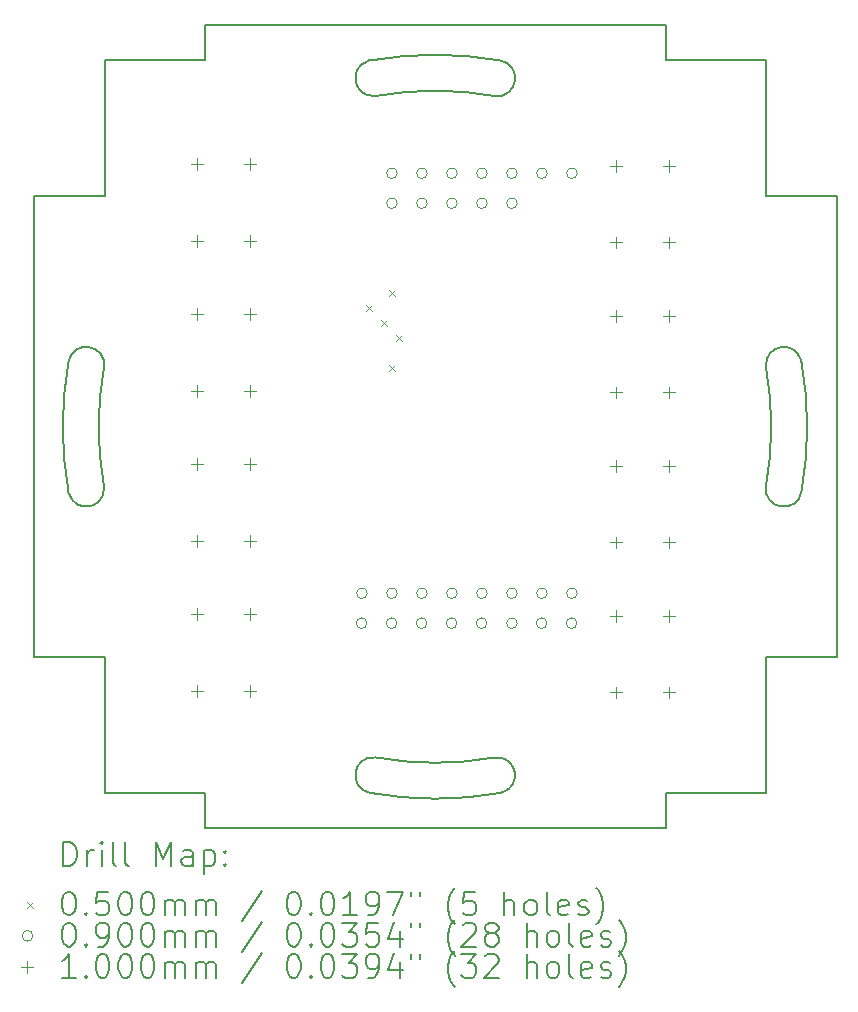
<source format=gbr>
%TF.GenerationSoftware,KiCad,Pcbnew,6.0.11-2627ca5db0~126~ubuntu22.04.1*%
%TF.CreationDate,2023-12-06T10:13:36+01:00*%
%TF.ProjectId,pushbutton8,70757368-6275-4747-946f-6e382e6b6963,3*%
%TF.SameCoordinates,PX6657f38PY8eeaea0*%
%TF.FileFunction,Drillmap*%
%TF.FilePolarity,Positive*%
%FSLAX45Y45*%
G04 Gerber Fmt 4.5, Leading zero omitted, Abs format (unit mm)*
G04 Created by KiCad (PCBNEW 6.0.11-2627ca5db0~126~ubuntu22.04.1) date 2023-12-06 10:13:36*
%MOMM*%
%LPD*%
G01*
G04 APERTURE LIST*
%ADD10C,0.150000*%
%ADD11C,0.200000*%
%ADD12C,0.050000*%
%ADD13C,0.090000*%
%ADD14C,0.100000*%
G04 APERTURE END LIST*
D10*
X-781500Y-864000D02*
X-781500Y286000D01*
X68500Y5636000D02*
X68500Y5336000D01*
X3968500Y-864000D02*
X3968500Y-1164000D01*
X4817836Y1731620D02*
G75*
G03*
X4818500Y2736000I-2801216J504043D01*
G01*
X5110803Y2808434D02*
X5118500Y2786000D01*
X-1079511Y1661349D02*
X-1087208Y1683783D01*
X3968500Y5336000D02*
X3968500Y5636000D01*
X4817836Y1731620D02*
G75*
G03*
X5118500Y1686000I150664J-20620D01*
G01*
X4818500Y2761000D02*
X4818500Y2736000D01*
X1514120Y-564928D02*
G75*
G03*
X1468500Y-865588I-20620J-150662D01*
G01*
X2520647Y5035216D02*
G75*
G03*
X1516283Y5036000I-504367J-2799256D01*
G01*
X-1381500Y286000D02*
X-781500Y286000D01*
X2590934Y-857890D02*
X2568500Y-865588D01*
X1443849Y5328303D02*
X1466283Y5336000D01*
X2543500Y-565588D02*
X2518500Y-565588D01*
X1514120Y-564925D02*
G75*
G03*
X2518500Y-565588I504040J2801175D01*
G01*
X-781500Y5336000D02*
X-781500Y4186000D01*
X-1087208Y2783783D02*
G75*
G03*
X-1087208Y1683783I3100006J-550000D01*
G01*
X-1079515Y1661348D02*
G75*
G03*
X-787208Y1708783I142305J47432D01*
G01*
X-786546Y2738163D02*
G75*
G03*
X-1087208Y2783783I-150664J20617D01*
G01*
X68500Y-1164000D02*
X68500Y-864000D01*
X1443849Y5328303D02*
G75*
G03*
X1491283Y5036000I47431J-142303D01*
G01*
X-781500Y-864000D02*
X68500Y-864000D01*
X5118500Y1686000D02*
G75*
G03*
X5118500Y2786000I-3100000J550000D01*
G01*
X5110803Y2808434D02*
G75*
G03*
X4818500Y2761000I-142303J-47434D01*
G01*
X68500Y-1164000D02*
X3968500Y-1164000D01*
X-786544Y2738163D02*
G75*
G03*
X-787208Y1733783I2801214J-504043D01*
G01*
X5418500Y4186000D02*
X5418500Y286000D01*
X3968500Y-864000D02*
X4818500Y-864000D01*
X1468500Y-865588D02*
G75*
G03*
X2568500Y-865588I550000J3100000D01*
G01*
X68500Y5336000D02*
X-781500Y5336000D01*
X5418500Y4186000D02*
X4818500Y4186000D01*
X2520646Y5035214D02*
G75*
G03*
X2566283Y5336000I20624J150726D01*
G01*
X-1381500Y4186000D02*
X-1381500Y286000D01*
X-787208Y1708783D02*
X-787208Y1733783D01*
X4818500Y286000D02*
X4818500Y-864000D01*
X3968500Y5336000D02*
X4818500Y5336000D01*
X5418500Y286000D02*
X4818500Y286000D01*
X2566283Y5336000D02*
G75*
G03*
X1466283Y5336000I-550000J-3100000D01*
G01*
X1491283Y5036000D02*
X1516283Y5036000D01*
X-781500Y4186000D02*
X-1381500Y4186000D01*
X68500Y5636000D02*
X3968500Y5636000D01*
X2590936Y-857894D02*
G75*
G03*
X2543500Y-565588I-47436J142304D01*
G01*
X4818500Y4186000D02*
X4818500Y5336000D01*
D11*
D12*
X1435500Y3263500D02*
X1485500Y3213500D01*
X1485500Y3263500D02*
X1435500Y3213500D01*
X1562500Y3136500D02*
X1612500Y3086500D01*
X1612500Y3136500D02*
X1562500Y3086500D01*
X1626000Y3390500D02*
X1676000Y3340500D01*
X1676000Y3390500D02*
X1626000Y3340500D01*
X1626000Y2755500D02*
X1676000Y2705500D01*
X1676000Y2755500D02*
X1626000Y2705500D01*
X1689500Y3009500D02*
X1739500Y2959500D01*
X1739500Y3009500D02*
X1689500Y2959500D01*
D13*
X1439000Y571500D02*
G75*
G03*
X1439000Y571500I-45000J0D01*
G01*
X1442000Y825500D02*
G75*
G03*
X1442000Y825500I-45000J0D01*
G01*
X1693000Y571500D02*
G75*
G03*
X1693000Y571500I-45000J0D01*
G01*
X1696000Y4381500D02*
G75*
G03*
X1696000Y4381500I-45000J0D01*
G01*
X1696000Y4127500D02*
G75*
G03*
X1696000Y4127500I-45000J0D01*
G01*
X1696000Y825500D02*
G75*
G03*
X1696000Y825500I-45000J0D01*
G01*
X1947000Y571500D02*
G75*
G03*
X1947000Y571500I-45000J0D01*
G01*
X1950000Y4381500D02*
G75*
G03*
X1950000Y4381500I-45000J0D01*
G01*
X1950000Y4127500D02*
G75*
G03*
X1950000Y4127500I-45000J0D01*
G01*
X1950000Y825500D02*
G75*
G03*
X1950000Y825500I-45000J0D01*
G01*
X2201000Y571500D02*
G75*
G03*
X2201000Y571500I-45000J0D01*
G01*
X2204000Y4381500D02*
G75*
G03*
X2204000Y4381500I-45000J0D01*
G01*
X2204000Y4127500D02*
G75*
G03*
X2204000Y4127500I-45000J0D01*
G01*
X2204000Y825500D02*
G75*
G03*
X2204000Y825500I-45000J0D01*
G01*
X2455000Y571500D02*
G75*
G03*
X2455000Y571500I-45000J0D01*
G01*
X2458000Y4381500D02*
G75*
G03*
X2458000Y4381500I-45000J0D01*
G01*
X2458000Y4127500D02*
G75*
G03*
X2458000Y4127500I-45000J0D01*
G01*
X2458000Y825500D02*
G75*
G03*
X2458000Y825500I-45000J0D01*
G01*
X2712000Y4381500D02*
G75*
G03*
X2712000Y4381500I-45000J0D01*
G01*
X2712000Y4127500D02*
G75*
G03*
X2712000Y4127500I-45000J0D01*
G01*
X2712000Y825500D02*
G75*
G03*
X2712000Y825500I-45000J0D01*
G01*
X2712000Y571500D02*
G75*
G03*
X2712000Y571500I-45000J0D01*
G01*
X2963000Y571500D02*
G75*
G03*
X2963000Y571500I-45000J0D01*
G01*
X2966000Y4381500D02*
G75*
G03*
X2966000Y4381500I-45000J0D01*
G01*
X2966000Y825500D02*
G75*
G03*
X2966000Y825500I-45000J0D01*
G01*
X3217000Y571500D02*
G75*
G03*
X3217000Y571500I-45000J0D01*
G01*
X3220000Y4381500D02*
G75*
G03*
X3220000Y4381500I-45000J0D01*
G01*
X3220000Y825500D02*
G75*
G03*
X3220000Y825500I-45000J0D01*
G01*
D14*
X0Y4510000D02*
X0Y4410000D01*
X-50000Y4460000D02*
X50000Y4460000D01*
X0Y3860000D02*
X0Y3760000D01*
X-50000Y3810000D02*
X50000Y3810000D01*
X0Y3240000D02*
X0Y3140000D01*
X-50000Y3190000D02*
X50000Y3190000D01*
X0Y2590000D02*
X0Y2490000D01*
X-50000Y2540000D02*
X50000Y2540000D01*
X0Y1970000D02*
X0Y1870000D01*
X-50000Y1920000D02*
X50000Y1920000D01*
X0Y1320000D02*
X0Y1220000D01*
X-50000Y1270000D02*
X50000Y1270000D01*
X0Y700000D02*
X0Y600000D01*
X-50000Y650000D02*
X50000Y650000D01*
X0Y50000D02*
X0Y-50000D01*
X-50000Y0D02*
X50000Y0D01*
X450000Y4510000D02*
X450000Y4410000D01*
X400000Y4460000D02*
X500000Y4460000D01*
X450000Y3860000D02*
X450000Y3760000D01*
X400000Y3810000D02*
X500000Y3810000D01*
X450000Y3240000D02*
X450000Y3140000D01*
X400000Y3190000D02*
X500000Y3190000D01*
X450000Y2590000D02*
X450000Y2490000D01*
X400000Y2540000D02*
X500000Y2540000D01*
X450000Y1970000D02*
X450000Y1870000D01*
X400000Y1920000D02*
X500000Y1920000D01*
X450000Y1320000D02*
X450000Y1220000D01*
X400000Y1270000D02*
X500000Y1270000D01*
X450000Y700000D02*
X450000Y600000D01*
X400000Y650000D02*
X500000Y650000D01*
X450000Y50000D02*
X450000Y-50000D01*
X400000Y0D02*
X500000Y0D01*
X3550500Y4495000D02*
X3550500Y4395000D01*
X3500500Y4445000D02*
X3600500Y4445000D01*
X3550500Y3845000D02*
X3550500Y3745000D01*
X3500500Y3795000D02*
X3600500Y3795000D01*
X3550500Y3225000D02*
X3550500Y3125000D01*
X3500500Y3175000D02*
X3600500Y3175000D01*
X3550500Y2575000D02*
X3550500Y2475000D01*
X3500500Y2525000D02*
X3600500Y2525000D01*
X3550500Y1955000D02*
X3550500Y1855000D01*
X3500500Y1905000D02*
X3600500Y1905000D01*
X3550500Y1305000D02*
X3550500Y1205000D01*
X3500500Y1255000D02*
X3600500Y1255000D01*
X3550500Y685000D02*
X3550500Y585000D01*
X3500500Y635000D02*
X3600500Y635000D01*
X3550500Y35000D02*
X3550500Y-65000D01*
X3500500Y-15000D02*
X3600500Y-15000D01*
X4000500Y4495000D02*
X4000500Y4395000D01*
X3950500Y4445000D02*
X4050500Y4445000D01*
X4000500Y3845000D02*
X4000500Y3745000D01*
X3950500Y3795000D02*
X4050500Y3795000D01*
X4000500Y3225000D02*
X4000500Y3125000D01*
X3950500Y3175000D02*
X4050500Y3175000D01*
X4000500Y2575000D02*
X4000500Y2475000D01*
X3950500Y2525000D02*
X4050500Y2525000D01*
X4000500Y1955000D02*
X4000500Y1855000D01*
X3950500Y1905000D02*
X4050500Y1905000D01*
X4000500Y1305000D02*
X4000500Y1205000D01*
X3950500Y1255000D02*
X4050500Y1255000D01*
X4000500Y685000D02*
X4000500Y585000D01*
X3950500Y635000D02*
X4050500Y635000D01*
X4000500Y35000D02*
X4000500Y-65000D01*
X3950500Y-15000D02*
X4050500Y-15000D01*
D11*
X-1131381Y-1481976D02*
X-1131381Y-1281976D01*
X-1083762Y-1281976D01*
X-1055191Y-1291500D01*
X-1036143Y-1310548D01*
X-1026619Y-1329595D01*
X-1017095Y-1367690D01*
X-1017095Y-1396262D01*
X-1026619Y-1434357D01*
X-1036143Y-1453405D01*
X-1055191Y-1472452D01*
X-1083762Y-1481976D01*
X-1131381Y-1481976D01*
X-931381Y-1481976D02*
X-931381Y-1348643D01*
X-931381Y-1386738D02*
X-921857Y-1367690D01*
X-912333Y-1358167D01*
X-893286Y-1348643D01*
X-874238Y-1348643D01*
X-807571Y-1481976D02*
X-807571Y-1348643D01*
X-807571Y-1281976D02*
X-817095Y-1291500D01*
X-807571Y-1301024D01*
X-798048Y-1291500D01*
X-807571Y-1281976D01*
X-807571Y-1301024D01*
X-683762Y-1481976D02*
X-702810Y-1472452D01*
X-712333Y-1453405D01*
X-712333Y-1281976D01*
X-579000Y-1481976D02*
X-598048Y-1472452D01*
X-607572Y-1453405D01*
X-607572Y-1281976D01*
X-350429Y-1481976D02*
X-350429Y-1281976D01*
X-283762Y-1424833D01*
X-217095Y-1281976D01*
X-217095Y-1481976D01*
X-36143Y-1481976D02*
X-36143Y-1377214D01*
X-45667Y-1358167D01*
X-64714Y-1348643D01*
X-102810Y-1348643D01*
X-121857Y-1358167D01*
X-36143Y-1472452D02*
X-55190Y-1481976D01*
X-102810Y-1481976D01*
X-121857Y-1472452D01*
X-131381Y-1453405D01*
X-131381Y-1434357D01*
X-121857Y-1415309D01*
X-102810Y-1405786D01*
X-55190Y-1405786D01*
X-36143Y-1396262D01*
X59095Y-1348643D02*
X59095Y-1548643D01*
X59095Y-1358167D02*
X78143Y-1348643D01*
X116238Y-1348643D01*
X135286Y-1358167D01*
X144810Y-1367690D01*
X154333Y-1386738D01*
X154333Y-1443881D01*
X144810Y-1462928D01*
X135286Y-1472452D01*
X116238Y-1481976D01*
X78143Y-1481976D01*
X59095Y-1472452D01*
X240048Y-1462928D02*
X249571Y-1472452D01*
X240048Y-1481976D01*
X230524Y-1472452D01*
X240048Y-1462928D01*
X240048Y-1481976D01*
X240048Y-1358167D02*
X249571Y-1367690D01*
X240048Y-1377214D01*
X230524Y-1367690D01*
X240048Y-1358167D01*
X240048Y-1377214D01*
D12*
X-1439000Y-1786500D02*
X-1389000Y-1836500D01*
X-1389000Y-1786500D02*
X-1439000Y-1836500D01*
D11*
X-1093286Y-1701976D02*
X-1074238Y-1701976D01*
X-1055191Y-1711500D01*
X-1045667Y-1721024D01*
X-1036143Y-1740071D01*
X-1026619Y-1778167D01*
X-1026619Y-1825786D01*
X-1036143Y-1863881D01*
X-1045667Y-1882928D01*
X-1055191Y-1892452D01*
X-1074238Y-1901976D01*
X-1093286Y-1901976D01*
X-1112333Y-1892452D01*
X-1121857Y-1882928D01*
X-1131381Y-1863881D01*
X-1140905Y-1825786D01*
X-1140905Y-1778167D01*
X-1131381Y-1740071D01*
X-1121857Y-1721024D01*
X-1112333Y-1711500D01*
X-1093286Y-1701976D01*
X-940905Y-1882928D02*
X-931381Y-1892452D01*
X-940905Y-1901976D01*
X-950429Y-1892452D01*
X-940905Y-1882928D01*
X-940905Y-1901976D01*
X-750429Y-1701976D02*
X-845667Y-1701976D01*
X-855190Y-1797214D01*
X-845667Y-1787690D01*
X-826619Y-1778167D01*
X-779000Y-1778167D01*
X-759952Y-1787690D01*
X-750429Y-1797214D01*
X-740905Y-1816262D01*
X-740905Y-1863881D01*
X-750429Y-1882928D01*
X-759952Y-1892452D01*
X-779000Y-1901976D01*
X-826619Y-1901976D01*
X-845667Y-1892452D01*
X-855190Y-1882928D01*
X-617095Y-1701976D02*
X-598048Y-1701976D01*
X-579000Y-1711500D01*
X-569476Y-1721024D01*
X-559952Y-1740071D01*
X-550429Y-1778167D01*
X-550429Y-1825786D01*
X-559952Y-1863881D01*
X-569476Y-1882928D01*
X-579000Y-1892452D01*
X-598048Y-1901976D01*
X-617095Y-1901976D01*
X-636143Y-1892452D01*
X-645667Y-1882928D01*
X-655191Y-1863881D01*
X-664714Y-1825786D01*
X-664714Y-1778167D01*
X-655191Y-1740071D01*
X-645667Y-1721024D01*
X-636143Y-1711500D01*
X-617095Y-1701976D01*
X-426619Y-1701976D02*
X-407571Y-1701976D01*
X-388524Y-1711500D01*
X-379000Y-1721024D01*
X-369476Y-1740071D01*
X-359952Y-1778167D01*
X-359952Y-1825786D01*
X-369476Y-1863881D01*
X-379000Y-1882928D01*
X-388524Y-1892452D01*
X-407571Y-1901976D01*
X-426619Y-1901976D01*
X-445667Y-1892452D01*
X-455190Y-1882928D01*
X-464714Y-1863881D01*
X-474238Y-1825786D01*
X-474238Y-1778167D01*
X-464714Y-1740071D01*
X-455190Y-1721024D01*
X-445667Y-1711500D01*
X-426619Y-1701976D01*
X-274238Y-1901976D02*
X-274238Y-1768643D01*
X-274238Y-1787690D02*
X-264714Y-1778167D01*
X-245667Y-1768643D01*
X-217095Y-1768643D01*
X-198048Y-1778167D01*
X-188524Y-1797214D01*
X-188524Y-1901976D01*
X-188524Y-1797214D02*
X-179000Y-1778167D01*
X-159952Y-1768643D01*
X-131381Y-1768643D01*
X-112333Y-1778167D01*
X-102810Y-1797214D01*
X-102810Y-1901976D01*
X-7571Y-1901976D02*
X-7571Y-1768643D01*
X-7571Y-1787690D02*
X1952Y-1778167D01*
X21000Y-1768643D01*
X49571Y-1768643D01*
X68619Y-1778167D01*
X78143Y-1797214D01*
X78143Y-1901976D01*
X78143Y-1797214D02*
X87667Y-1778167D01*
X106714Y-1768643D01*
X135286Y-1768643D01*
X154333Y-1778167D01*
X163857Y-1797214D01*
X163857Y-1901976D01*
X554333Y-1692452D02*
X382905Y-1949595D01*
X811476Y-1701976D02*
X830524Y-1701976D01*
X849571Y-1711500D01*
X859095Y-1721024D01*
X868619Y-1740071D01*
X878143Y-1778167D01*
X878143Y-1825786D01*
X868619Y-1863881D01*
X859095Y-1882928D01*
X849571Y-1892452D01*
X830524Y-1901976D01*
X811476Y-1901976D01*
X792428Y-1892452D01*
X782905Y-1882928D01*
X773381Y-1863881D01*
X763857Y-1825786D01*
X763857Y-1778167D01*
X773381Y-1740071D01*
X782905Y-1721024D01*
X792428Y-1711500D01*
X811476Y-1701976D01*
X963857Y-1882928D02*
X973381Y-1892452D01*
X963857Y-1901976D01*
X954333Y-1892452D01*
X963857Y-1882928D01*
X963857Y-1901976D01*
X1097190Y-1701976D02*
X1116238Y-1701976D01*
X1135286Y-1711500D01*
X1144810Y-1721024D01*
X1154333Y-1740071D01*
X1163857Y-1778167D01*
X1163857Y-1825786D01*
X1154333Y-1863881D01*
X1144810Y-1882928D01*
X1135286Y-1892452D01*
X1116238Y-1901976D01*
X1097190Y-1901976D01*
X1078143Y-1892452D01*
X1068619Y-1882928D01*
X1059095Y-1863881D01*
X1049571Y-1825786D01*
X1049571Y-1778167D01*
X1059095Y-1740071D01*
X1068619Y-1721024D01*
X1078143Y-1711500D01*
X1097190Y-1701976D01*
X1354333Y-1901976D02*
X1240048Y-1901976D01*
X1297190Y-1901976D02*
X1297190Y-1701976D01*
X1278143Y-1730548D01*
X1259095Y-1749595D01*
X1240048Y-1759119D01*
X1449571Y-1901976D02*
X1487667Y-1901976D01*
X1506714Y-1892452D01*
X1516238Y-1882928D01*
X1535286Y-1854357D01*
X1544809Y-1816262D01*
X1544809Y-1740071D01*
X1535286Y-1721024D01*
X1525762Y-1711500D01*
X1506714Y-1701976D01*
X1468619Y-1701976D01*
X1449571Y-1711500D01*
X1440048Y-1721024D01*
X1430524Y-1740071D01*
X1430524Y-1787690D01*
X1440048Y-1806738D01*
X1449571Y-1816262D01*
X1468619Y-1825786D01*
X1506714Y-1825786D01*
X1525762Y-1816262D01*
X1535286Y-1806738D01*
X1544809Y-1787690D01*
X1611476Y-1701976D02*
X1744809Y-1701976D01*
X1659095Y-1901976D01*
X1811476Y-1701976D02*
X1811476Y-1740071D01*
X1887667Y-1701976D02*
X1887667Y-1740071D01*
X2182905Y-1978167D02*
X2173381Y-1968643D01*
X2154333Y-1940071D01*
X2144810Y-1921024D01*
X2135286Y-1892452D01*
X2125762Y-1844833D01*
X2125762Y-1806738D01*
X2135286Y-1759119D01*
X2144810Y-1730548D01*
X2154333Y-1711500D01*
X2173381Y-1682928D01*
X2182905Y-1673405D01*
X2354333Y-1701976D02*
X2259095Y-1701976D01*
X2249571Y-1797214D01*
X2259095Y-1787690D01*
X2278143Y-1778167D01*
X2325762Y-1778167D01*
X2344810Y-1787690D01*
X2354333Y-1797214D01*
X2363857Y-1816262D01*
X2363857Y-1863881D01*
X2354333Y-1882928D01*
X2344810Y-1892452D01*
X2325762Y-1901976D01*
X2278143Y-1901976D01*
X2259095Y-1892452D01*
X2249571Y-1882928D01*
X2601952Y-1901976D02*
X2601952Y-1701976D01*
X2687667Y-1901976D02*
X2687667Y-1797214D01*
X2678143Y-1778167D01*
X2659095Y-1768643D01*
X2630524Y-1768643D01*
X2611476Y-1778167D01*
X2601952Y-1787690D01*
X2811476Y-1901976D02*
X2792429Y-1892452D01*
X2782905Y-1882928D01*
X2773381Y-1863881D01*
X2773381Y-1806738D01*
X2782905Y-1787690D01*
X2792429Y-1778167D01*
X2811476Y-1768643D01*
X2840048Y-1768643D01*
X2859095Y-1778167D01*
X2868619Y-1787690D01*
X2878143Y-1806738D01*
X2878143Y-1863881D01*
X2868619Y-1882928D01*
X2859095Y-1892452D01*
X2840048Y-1901976D01*
X2811476Y-1901976D01*
X2992428Y-1901976D02*
X2973381Y-1892452D01*
X2963857Y-1873405D01*
X2963857Y-1701976D01*
X3144809Y-1892452D02*
X3125762Y-1901976D01*
X3087667Y-1901976D01*
X3068619Y-1892452D01*
X3059095Y-1873405D01*
X3059095Y-1797214D01*
X3068619Y-1778167D01*
X3087667Y-1768643D01*
X3125762Y-1768643D01*
X3144809Y-1778167D01*
X3154333Y-1797214D01*
X3154333Y-1816262D01*
X3059095Y-1835309D01*
X3230524Y-1892452D02*
X3249571Y-1901976D01*
X3287667Y-1901976D01*
X3306714Y-1892452D01*
X3316238Y-1873405D01*
X3316238Y-1863881D01*
X3306714Y-1844833D01*
X3287667Y-1835309D01*
X3259095Y-1835309D01*
X3240048Y-1825786D01*
X3230524Y-1806738D01*
X3230524Y-1797214D01*
X3240048Y-1778167D01*
X3259095Y-1768643D01*
X3287667Y-1768643D01*
X3306714Y-1778167D01*
X3382905Y-1978167D02*
X3392428Y-1968643D01*
X3411476Y-1940071D01*
X3421000Y-1921024D01*
X3430524Y-1892452D01*
X3440048Y-1844833D01*
X3440048Y-1806738D01*
X3430524Y-1759119D01*
X3421000Y-1730548D01*
X3411476Y-1711500D01*
X3392428Y-1682928D01*
X3382905Y-1673405D01*
D13*
X-1389000Y-2075500D02*
G75*
G03*
X-1389000Y-2075500I-45000J0D01*
G01*
D11*
X-1093286Y-1965976D02*
X-1074238Y-1965976D01*
X-1055191Y-1975500D01*
X-1045667Y-1985024D01*
X-1036143Y-2004071D01*
X-1026619Y-2042167D01*
X-1026619Y-2089786D01*
X-1036143Y-2127881D01*
X-1045667Y-2146929D01*
X-1055191Y-2156452D01*
X-1074238Y-2165976D01*
X-1093286Y-2165976D01*
X-1112333Y-2156452D01*
X-1121857Y-2146929D01*
X-1131381Y-2127881D01*
X-1140905Y-2089786D01*
X-1140905Y-2042167D01*
X-1131381Y-2004071D01*
X-1121857Y-1985024D01*
X-1112333Y-1975500D01*
X-1093286Y-1965976D01*
X-940905Y-2146929D02*
X-931381Y-2156452D01*
X-940905Y-2165976D01*
X-950429Y-2156452D01*
X-940905Y-2146929D01*
X-940905Y-2165976D01*
X-836143Y-2165976D02*
X-798048Y-2165976D01*
X-779000Y-2156452D01*
X-769476Y-2146929D01*
X-750429Y-2118357D01*
X-740905Y-2080262D01*
X-740905Y-2004071D01*
X-750429Y-1985024D01*
X-759952Y-1975500D01*
X-779000Y-1965976D01*
X-817095Y-1965976D01*
X-836143Y-1975500D01*
X-845667Y-1985024D01*
X-855190Y-2004071D01*
X-855190Y-2051690D01*
X-845667Y-2070738D01*
X-836143Y-2080262D01*
X-817095Y-2089786D01*
X-779000Y-2089786D01*
X-759952Y-2080262D01*
X-750429Y-2070738D01*
X-740905Y-2051690D01*
X-617095Y-1965976D02*
X-598048Y-1965976D01*
X-579000Y-1975500D01*
X-569476Y-1985024D01*
X-559952Y-2004071D01*
X-550429Y-2042167D01*
X-550429Y-2089786D01*
X-559952Y-2127881D01*
X-569476Y-2146929D01*
X-579000Y-2156452D01*
X-598048Y-2165976D01*
X-617095Y-2165976D01*
X-636143Y-2156452D01*
X-645667Y-2146929D01*
X-655191Y-2127881D01*
X-664714Y-2089786D01*
X-664714Y-2042167D01*
X-655191Y-2004071D01*
X-645667Y-1985024D01*
X-636143Y-1975500D01*
X-617095Y-1965976D01*
X-426619Y-1965976D02*
X-407571Y-1965976D01*
X-388524Y-1975500D01*
X-379000Y-1985024D01*
X-369476Y-2004071D01*
X-359952Y-2042167D01*
X-359952Y-2089786D01*
X-369476Y-2127881D01*
X-379000Y-2146929D01*
X-388524Y-2156452D01*
X-407571Y-2165976D01*
X-426619Y-2165976D01*
X-445667Y-2156452D01*
X-455190Y-2146929D01*
X-464714Y-2127881D01*
X-474238Y-2089786D01*
X-474238Y-2042167D01*
X-464714Y-2004071D01*
X-455190Y-1985024D01*
X-445667Y-1975500D01*
X-426619Y-1965976D01*
X-274238Y-2165976D02*
X-274238Y-2032643D01*
X-274238Y-2051690D02*
X-264714Y-2042167D01*
X-245667Y-2032643D01*
X-217095Y-2032643D01*
X-198048Y-2042167D01*
X-188524Y-2061214D01*
X-188524Y-2165976D01*
X-188524Y-2061214D02*
X-179000Y-2042167D01*
X-159952Y-2032643D01*
X-131381Y-2032643D01*
X-112333Y-2042167D01*
X-102810Y-2061214D01*
X-102810Y-2165976D01*
X-7571Y-2165976D02*
X-7571Y-2032643D01*
X-7571Y-2051690D02*
X1952Y-2042167D01*
X21000Y-2032643D01*
X49571Y-2032643D01*
X68619Y-2042167D01*
X78143Y-2061214D01*
X78143Y-2165976D01*
X78143Y-2061214D02*
X87667Y-2042167D01*
X106714Y-2032643D01*
X135286Y-2032643D01*
X154333Y-2042167D01*
X163857Y-2061214D01*
X163857Y-2165976D01*
X554333Y-1956452D02*
X382905Y-2213595D01*
X811476Y-1965976D02*
X830524Y-1965976D01*
X849571Y-1975500D01*
X859095Y-1985024D01*
X868619Y-2004071D01*
X878143Y-2042167D01*
X878143Y-2089786D01*
X868619Y-2127881D01*
X859095Y-2146929D01*
X849571Y-2156452D01*
X830524Y-2165976D01*
X811476Y-2165976D01*
X792428Y-2156452D01*
X782905Y-2146929D01*
X773381Y-2127881D01*
X763857Y-2089786D01*
X763857Y-2042167D01*
X773381Y-2004071D01*
X782905Y-1985024D01*
X792428Y-1975500D01*
X811476Y-1965976D01*
X963857Y-2146929D02*
X973381Y-2156452D01*
X963857Y-2165976D01*
X954333Y-2156452D01*
X963857Y-2146929D01*
X963857Y-2165976D01*
X1097190Y-1965976D02*
X1116238Y-1965976D01*
X1135286Y-1975500D01*
X1144810Y-1985024D01*
X1154333Y-2004071D01*
X1163857Y-2042167D01*
X1163857Y-2089786D01*
X1154333Y-2127881D01*
X1144810Y-2146929D01*
X1135286Y-2156452D01*
X1116238Y-2165976D01*
X1097190Y-2165976D01*
X1078143Y-2156452D01*
X1068619Y-2146929D01*
X1059095Y-2127881D01*
X1049571Y-2089786D01*
X1049571Y-2042167D01*
X1059095Y-2004071D01*
X1068619Y-1985024D01*
X1078143Y-1975500D01*
X1097190Y-1965976D01*
X1230524Y-1965976D02*
X1354333Y-1965976D01*
X1287667Y-2042167D01*
X1316238Y-2042167D01*
X1335286Y-2051690D01*
X1344810Y-2061214D01*
X1354333Y-2080262D01*
X1354333Y-2127881D01*
X1344810Y-2146929D01*
X1335286Y-2156452D01*
X1316238Y-2165976D01*
X1259095Y-2165976D01*
X1240048Y-2156452D01*
X1230524Y-2146929D01*
X1535286Y-1965976D02*
X1440048Y-1965976D01*
X1430524Y-2061214D01*
X1440048Y-2051690D01*
X1459095Y-2042167D01*
X1506714Y-2042167D01*
X1525762Y-2051690D01*
X1535286Y-2061214D01*
X1544809Y-2080262D01*
X1544809Y-2127881D01*
X1535286Y-2146929D01*
X1525762Y-2156452D01*
X1506714Y-2165976D01*
X1459095Y-2165976D01*
X1440048Y-2156452D01*
X1430524Y-2146929D01*
X1716238Y-2032643D02*
X1716238Y-2165976D01*
X1668619Y-1956452D02*
X1621000Y-2099310D01*
X1744809Y-2099310D01*
X1811476Y-1965976D02*
X1811476Y-2004071D01*
X1887667Y-1965976D02*
X1887667Y-2004071D01*
X2182905Y-2242167D02*
X2173381Y-2232643D01*
X2154333Y-2204071D01*
X2144810Y-2185024D01*
X2135286Y-2156452D01*
X2125762Y-2108833D01*
X2125762Y-2070738D01*
X2135286Y-2023119D01*
X2144810Y-1994548D01*
X2154333Y-1975500D01*
X2173381Y-1946928D01*
X2182905Y-1937405D01*
X2249571Y-1985024D02*
X2259095Y-1975500D01*
X2278143Y-1965976D01*
X2325762Y-1965976D01*
X2344810Y-1975500D01*
X2354333Y-1985024D01*
X2363857Y-2004071D01*
X2363857Y-2023119D01*
X2354333Y-2051690D01*
X2240048Y-2165976D01*
X2363857Y-2165976D01*
X2478143Y-2051690D02*
X2459095Y-2042167D01*
X2449571Y-2032643D01*
X2440048Y-2013595D01*
X2440048Y-2004071D01*
X2449571Y-1985024D01*
X2459095Y-1975500D01*
X2478143Y-1965976D01*
X2516238Y-1965976D01*
X2535286Y-1975500D01*
X2544810Y-1985024D01*
X2554333Y-2004071D01*
X2554333Y-2013595D01*
X2544810Y-2032643D01*
X2535286Y-2042167D01*
X2516238Y-2051690D01*
X2478143Y-2051690D01*
X2459095Y-2061214D01*
X2449571Y-2070738D01*
X2440048Y-2089786D01*
X2440048Y-2127881D01*
X2449571Y-2146929D01*
X2459095Y-2156452D01*
X2478143Y-2165976D01*
X2516238Y-2165976D01*
X2535286Y-2156452D01*
X2544810Y-2146929D01*
X2554333Y-2127881D01*
X2554333Y-2089786D01*
X2544810Y-2070738D01*
X2535286Y-2061214D01*
X2516238Y-2051690D01*
X2792429Y-2165976D02*
X2792429Y-1965976D01*
X2878143Y-2165976D02*
X2878143Y-2061214D01*
X2868619Y-2042167D01*
X2849571Y-2032643D01*
X2821000Y-2032643D01*
X2801952Y-2042167D01*
X2792429Y-2051690D01*
X3001952Y-2165976D02*
X2982905Y-2156452D01*
X2973381Y-2146929D01*
X2963857Y-2127881D01*
X2963857Y-2070738D01*
X2973381Y-2051690D01*
X2982905Y-2042167D01*
X3001952Y-2032643D01*
X3030524Y-2032643D01*
X3049571Y-2042167D01*
X3059095Y-2051690D01*
X3068619Y-2070738D01*
X3068619Y-2127881D01*
X3059095Y-2146929D01*
X3049571Y-2156452D01*
X3030524Y-2165976D01*
X3001952Y-2165976D01*
X3182905Y-2165976D02*
X3163857Y-2156452D01*
X3154333Y-2137405D01*
X3154333Y-1965976D01*
X3335286Y-2156452D02*
X3316238Y-2165976D01*
X3278143Y-2165976D01*
X3259095Y-2156452D01*
X3249571Y-2137405D01*
X3249571Y-2061214D01*
X3259095Y-2042167D01*
X3278143Y-2032643D01*
X3316238Y-2032643D01*
X3335286Y-2042167D01*
X3344809Y-2061214D01*
X3344809Y-2080262D01*
X3249571Y-2099310D01*
X3421000Y-2156452D02*
X3440048Y-2165976D01*
X3478143Y-2165976D01*
X3497190Y-2156452D01*
X3506714Y-2137405D01*
X3506714Y-2127881D01*
X3497190Y-2108833D01*
X3478143Y-2099310D01*
X3449571Y-2099310D01*
X3430524Y-2089786D01*
X3421000Y-2070738D01*
X3421000Y-2061214D01*
X3430524Y-2042167D01*
X3449571Y-2032643D01*
X3478143Y-2032643D01*
X3497190Y-2042167D01*
X3573381Y-2242167D02*
X3582905Y-2232643D01*
X3601952Y-2204071D01*
X3611476Y-2185024D01*
X3621000Y-2156452D01*
X3630524Y-2108833D01*
X3630524Y-2070738D01*
X3621000Y-2023119D01*
X3611476Y-1994548D01*
X3601952Y-1975500D01*
X3582905Y-1946928D01*
X3573381Y-1937405D01*
D14*
X-1439000Y-2289500D02*
X-1439000Y-2389500D01*
X-1489000Y-2339500D02*
X-1389000Y-2339500D01*
D11*
X-1026619Y-2429976D02*
X-1140905Y-2429976D01*
X-1083762Y-2429976D02*
X-1083762Y-2229976D01*
X-1102810Y-2258548D01*
X-1121857Y-2277595D01*
X-1140905Y-2287119D01*
X-940905Y-2410929D02*
X-931381Y-2420452D01*
X-940905Y-2429976D01*
X-950429Y-2420452D01*
X-940905Y-2410929D01*
X-940905Y-2429976D01*
X-807571Y-2229976D02*
X-788524Y-2229976D01*
X-769476Y-2239500D01*
X-759952Y-2249024D01*
X-750429Y-2268071D01*
X-740905Y-2306167D01*
X-740905Y-2353786D01*
X-750429Y-2391881D01*
X-759952Y-2410929D01*
X-769476Y-2420452D01*
X-788524Y-2429976D01*
X-807571Y-2429976D01*
X-826619Y-2420452D01*
X-836143Y-2410929D01*
X-845667Y-2391881D01*
X-855190Y-2353786D01*
X-855190Y-2306167D01*
X-845667Y-2268071D01*
X-836143Y-2249024D01*
X-826619Y-2239500D01*
X-807571Y-2229976D01*
X-617095Y-2229976D02*
X-598048Y-2229976D01*
X-579000Y-2239500D01*
X-569476Y-2249024D01*
X-559952Y-2268071D01*
X-550429Y-2306167D01*
X-550429Y-2353786D01*
X-559952Y-2391881D01*
X-569476Y-2410929D01*
X-579000Y-2420452D01*
X-598048Y-2429976D01*
X-617095Y-2429976D01*
X-636143Y-2420452D01*
X-645667Y-2410929D01*
X-655191Y-2391881D01*
X-664714Y-2353786D01*
X-664714Y-2306167D01*
X-655191Y-2268071D01*
X-645667Y-2249024D01*
X-636143Y-2239500D01*
X-617095Y-2229976D01*
X-426619Y-2229976D02*
X-407571Y-2229976D01*
X-388524Y-2239500D01*
X-379000Y-2249024D01*
X-369476Y-2268071D01*
X-359952Y-2306167D01*
X-359952Y-2353786D01*
X-369476Y-2391881D01*
X-379000Y-2410929D01*
X-388524Y-2420452D01*
X-407571Y-2429976D01*
X-426619Y-2429976D01*
X-445667Y-2420452D01*
X-455190Y-2410929D01*
X-464714Y-2391881D01*
X-474238Y-2353786D01*
X-474238Y-2306167D01*
X-464714Y-2268071D01*
X-455190Y-2249024D01*
X-445667Y-2239500D01*
X-426619Y-2229976D01*
X-274238Y-2429976D02*
X-274238Y-2296643D01*
X-274238Y-2315690D02*
X-264714Y-2306167D01*
X-245667Y-2296643D01*
X-217095Y-2296643D01*
X-198048Y-2306167D01*
X-188524Y-2325214D01*
X-188524Y-2429976D01*
X-188524Y-2325214D02*
X-179000Y-2306167D01*
X-159952Y-2296643D01*
X-131381Y-2296643D01*
X-112333Y-2306167D01*
X-102810Y-2325214D01*
X-102810Y-2429976D01*
X-7571Y-2429976D02*
X-7571Y-2296643D01*
X-7571Y-2315690D02*
X1952Y-2306167D01*
X21000Y-2296643D01*
X49571Y-2296643D01*
X68619Y-2306167D01*
X78143Y-2325214D01*
X78143Y-2429976D01*
X78143Y-2325214D02*
X87667Y-2306167D01*
X106714Y-2296643D01*
X135286Y-2296643D01*
X154333Y-2306167D01*
X163857Y-2325214D01*
X163857Y-2429976D01*
X554333Y-2220452D02*
X382905Y-2477595D01*
X811476Y-2229976D02*
X830524Y-2229976D01*
X849571Y-2239500D01*
X859095Y-2249024D01*
X868619Y-2268071D01*
X878143Y-2306167D01*
X878143Y-2353786D01*
X868619Y-2391881D01*
X859095Y-2410929D01*
X849571Y-2420452D01*
X830524Y-2429976D01*
X811476Y-2429976D01*
X792428Y-2420452D01*
X782905Y-2410929D01*
X773381Y-2391881D01*
X763857Y-2353786D01*
X763857Y-2306167D01*
X773381Y-2268071D01*
X782905Y-2249024D01*
X792428Y-2239500D01*
X811476Y-2229976D01*
X963857Y-2410929D02*
X973381Y-2420452D01*
X963857Y-2429976D01*
X954333Y-2420452D01*
X963857Y-2410929D01*
X963857Y-2429976D01*
X1097190Y-2229976D02*
X1116238Y-2229976D01*
X1135286Y-2239500D01*
X1144810Y-2249024D01*
X1154333Y-2268071D01*
X1163857Y-2306167D01*
X1163857Y-2353786D01*
X1154333Y-2391881D01*
X1144810Y-2410929D01*
X1135286Y-2420452D01*
X1116238Y-2429976D01*
X1097190Y-2429976D01*
X1078143Y-2420452D01*
X1068619Y-2410929D01*
X1059095Y-2391881D01*
X1049571Y-2353786D01*
X1049571Y-2306167D01*
X1059095Y-2268071D01*
X1068619Y-2249024D01*
X1078143Y-2239500D01*
X1097190Y-2229976D01*
X1230524Y-2229976D02*
X1354333Y-2229976D01*
X1287667Y-2306167D01*
X1316238Y-2306167D01*
X1335286Y-2315690D01*
X1344810Y-2325214D01*
X1354333Y-2344262D01*
X1354333Y-2391881D01*
X1344810Y-2410929D01*
X1335286Y-2420452D01*
X1316238Y-2429976D01*
X1259095Y-2429976D01*
X1240048Y-2420452D01*
X1230524Y-2410929D01*
X1449571Y-2429976D02*
X1487667Y-2429976D01*
X1506714Y-2420452D01*
X1516238Y-2410929D01*
X1535286Y-2382357D01*
X1544809Y-2344262D01*
X1544809Y-2268071D01*
X1535286Y-2249024D01*
X1525762Y-2239500D01*
X1506714Y-2229976D01*
X1468619Y-2229976D01*
X1449571Y-2239500D01*
X1440048Y-2249024D01*
X1430524Y-2268071D01*
X1430524Y-2315690D01*
X1440048Y-2334738D01*
X1449571Y-2344262D01*
X1468619Y-2353786D01*
X1506714Y-2353786D01*
X1525762Y-2344262D01*
X1535286Y-2334738D01*
X1544809Y-2315690D01*
X1716238Y-2296643D02*
X1716238Y-2429976D01*
X1668619Y-2220452D02*
X1621000Y-2363310D01*
X1744809Y-2363310D01*
X1811476Y-2229976D02*
X1811476Y-2268071D01*
X1887667Y-2229976D02*
X1887667Y-2268071D01*
X2182905Y-2506167D02*
X2173381Y-2496643D01*
X2154333Y-2468071D01*
X2144810Y-2449024D01*
X2135286Y-2420452D01*
X2125762Y-2372833D01*
X2125762Y-2334738D01*
X2135286Y-2287119D01*
X2144810Y-2258548D01*
X2154333Y-2239500D01*
X2173381Y-2210929D01*
X2182905Y-2201405D01*
X2240048Y-2229976D02*
X2363857Y-2229976D01*
X2297190Y-2306167D01*
X2325762Y-2306167D01*
X2344810Y-2315690D01*
X2354333Y-2325214D01*
X2363857Y-2344262D01*
X2363857Y-2391881D01*
X2354333Y-2410929D01*
X2344810Y-2420452D01*
X2325762Y-2429976D01*
X2268619Y-2429976D01*
X2249571Y-2420452D01*
X2240048Y-2410929D01*
X2440048Y-2249024D02*
X2449571Y-2239500D01*
X2468619Y-2229976D01*
X2516238Y-2229976D01*
X2535286Y-2239500D01*
X2544810Y-2249024D01*
X2554333Y-2268071D01*
X2554333Y-2287119D01*
X2544810Y-2315690D01*
X2430524Y-2429976D01*
X2554333Y-2429976D01*
X2792429Y-2429976D02*
X2792429Y-2229976D01*
X2878143Y-2429976D02*
X2878143Y-2325214D01*
X2868619Y-2306167D01*
X2849571Y-2296643D01*
X2821000Y-2296643D01*
X2801952Y-2306167D01*
X2792429Y-2315690D01*
X3001952Y-2429976D02*
X2982905Y-2420452D01*
X2973381Y-2410929D01*
X2963857Y-2391881D01*
X2963857Y-2334738D01*
X2973381Y-2315690D01*
X2982905Y-2306167D01*
X3001952Y-2296643D01*
X3030524Y-2296643D01*
X3049571Y-2306167D01*
X3059095Y-2315690D01*
X3068619Y-2334738D01*
X3068619Y-2391881D01*
X3059095Y-2410929D01*
X3049571Y-2420452D01*
X3030524Y-2429976D01*
X3001952Y-2429976D01*
X3182905Y-2429976D02*
X3163857Y-2420452D01*
X3154333Y-2401405D01*
X3154333Y-2229976D01*
X3335286Y-2420452D02*
X3316238Y-2429976D01*
X3278143Y-2429976D01*
X3259095Y-2420452D01*
X3249571Y-2401405D01*
X3249571Y-2325214D01*
X3259095Y-2306167D01*
X3278143Y-2296643D01*
X3316238Y-2296643D01*
X3335286Y-2306167D01*
X3344809Y-2325214D01*
X3344809Y-2344262D01*
X3249571Y-2363310D01*
X3421000Y-2420452D02*
X3440048Y-2429976D01*
X3478143Y-2429976D01*
X3497190Y-2420452D01*
X3506714Y-2401405D01*
X3506714Y-2391881D01*
X3497190Y-2372833D01*
X3478143Y-2363310D01*
X3449571Y-2363310D01*
X3430524Y-2353786D01*
X3421000Y-2334738D01*
X3421000Y-2325214D01*
X3430524Y-2306167D01*
X3449571Y-2296643D01*
X3478143Y-2296643D01*
X3497190Y-2306167D01*
X3573381Y-2506167D02*
X3582905Y-2496643D01*
X3601952Y-2468071D01*
X3611476Y-2449024D01*
X3621000Y-2420452D01*
X3630524Y-2372833D01*
X3630524Y-2334738D01*
X3621000Y-2287119D01*
X3611476Y-2258548D01*
X3601952Y-2239500D01*
X3582905Y-2210929D01*
X3573381Y-2201405D01*
M02*

</source>
